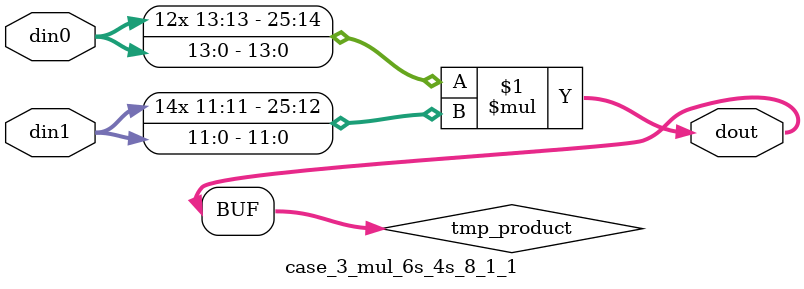
<source format=v>

`timescale 1 ns / 1 ps

 module case_3_mul_6s_4s_8_1_1(din0, din1, dout);
parameter ID = 1;
parameter NUM_STAGE = 0;
parameter din0_WIDTH = 14;
parameter din1_WIDTH = 12;
parameter dout_WIDTH = 26;

input [din0_WIDTH - 1 : 0] din0; 
input [din1_WIDTH - 1 : 0] din1; 
output [dout_WIDTH - 1 : 0] dout;

wire signed [dout_WIDTH - 1 : 0] tmp_product;



























assign tmp_product = $signed(din0) * $signed(din1);








assign dout = tmp_product;





















endmodule

</source>
